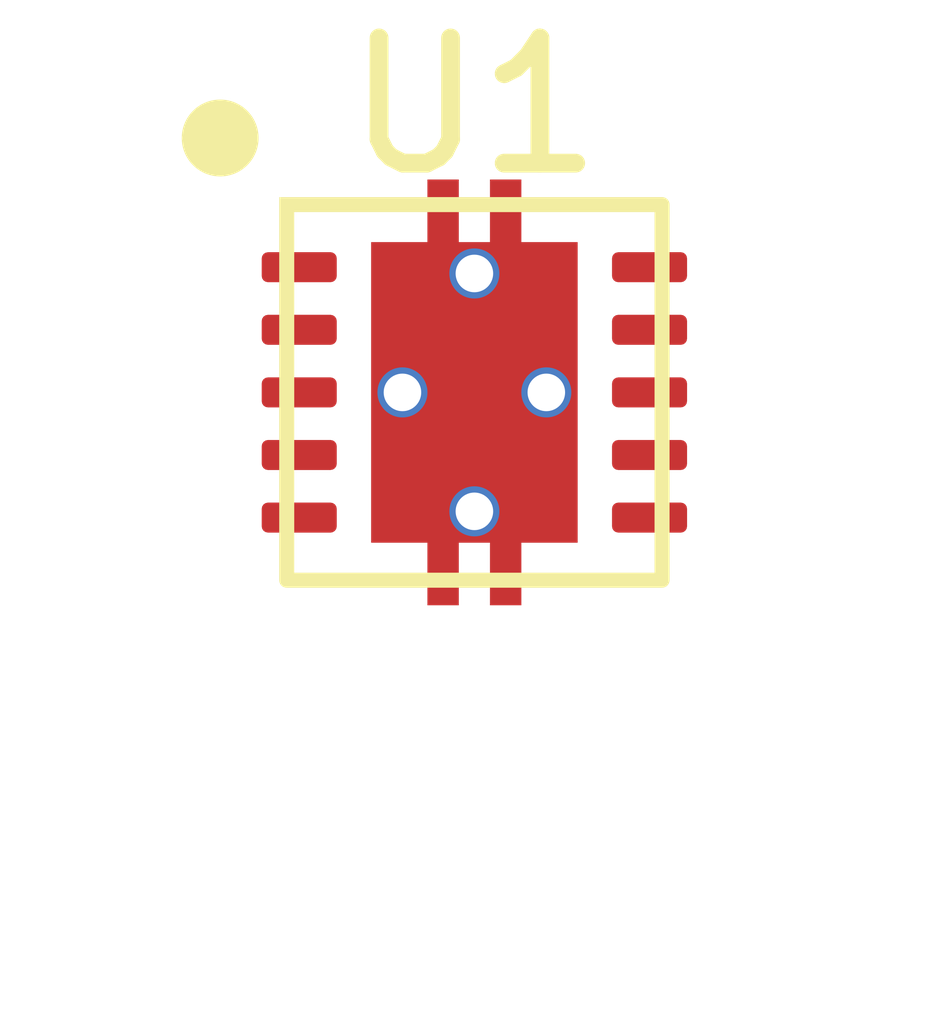
<source format=kicad_pcb>
(kicad_pcb (version 20221018) (generator pcbnew)
  (layers (0 "F.Cu" signal) (31 "B.Cu" signal) (34 "B.Paste" user) (35 "F.Paste" user) (36 "B.SilkS" user "B.Silkscreen") (37 "F.SilkS" user "F.Silkscreen") (38 "B.Mask" user) (39 "F.Mask" user) (44 "Edge.Cuts" user))
  (net 0 "")
  (footprint "Library:TPS4030x" (layer "F.Cu") (at 31.62 31.48)
    (fp_text reference "U1" (at 0 -2.286 unlocked) (layer "F.SilkS"))
    (fp_text value "TPS4030x")
    (fp_rect (start -1.5 -1.5) (end 1.5 1.5) (stroke (width 0.12)) (fill none) (layer "F.SilkS"))
    (fp_circle (center -2.032 -2.032) (end -1.785018 -2.032) (stroke (width 0.12)) (fill solid) (layer "F.SilkS"))
    (pad "1" smd roundrect (at -1.4 -1) (size 0.6 0.24) (layers "F.Cu" "F.Paste" "F.Mask") (roundrect_rratio 0.2083333333))
    (pad "2" smd roundrect (at -1.4 -0.5) (size 0.6 0.24) (layers "F.Cu" "F.Paste" "F.Mask") (roundrect_rratio 0.2083333333))
    (pad "3" smd roundrect (at -1.4 0) (size 0.6 0.24) (layers "F.Cu" "F.Paste" "F.Mask") (roundrect_rratio 0.2083333333))
    (pad "4" smd roundrect (at -1.4 0.5) (size 0.6 0.24) (layers "F.Cu" "F.Paste" "F.Mask") (roundrect_rratio 0.2083333333))
    (pad "5" smd roundrect (at -1.4 1) (size 0.6 0.24) (layers "F.Cu" "F.Paste" "F.Mask") (roundrect_rratio 0.2083333333))
    (pad "6" smd roundrect (at 1.4 1) (size 0.6 0.24) (layers "F.Cu" "F.Paste" "F.Mask") (roundrect_rratio 0.2083333333))
    (pad "7" smd roundrect (at 1.4 0.5) (size 0.6 0.24) (layers "F.Cu" "F.Paste" "F.Mask") (roundrect_rratio 0.2083333333))
    (pad "8" smd roundrect (at 1.4 0) (size 0.6 0.24) (layers "F.Cu" "F.Paste" "F.Mask") (roundrect_rratio 0.2083333333))
    (pad "9" smd roundrect (at 1.4 -0.5) (size 0.6 0.24) (layers "F.Cu" "F.Paste" "F.Mask") (roundrect_rratio 0.2083333333))
    (pad "10" smd roundrect (at 1.4 -1) (size 0.6 0.24) (layers "F.Cu" "F.Paste" "F.Mask") (roundrect_rratio 0.2083333333))
    (pad "11" thru_hole circle (at -0.575 0) (size 0.4 0.4) (drill 0.3) (layers "*.Cu" "*.Mask"))
    (pad "11" thru_hole circle (at 0 -0.95) (size 0.4 0.4) (drill 0.3) (layers "*.Cu" "*.Mask"))
    (pad "11" smd custom (at 0 0) (size 0.6 0.24) (layers "F.Cu" "F.Mask") (options (clearance outline) (anchor rect)) (primitives (gr_poly (pts (xy -0.825 0) (xy -0.825 -1.2) (xy -0.375 -1.2) (xy -0.375 -1.7) (xy -0.125 -1.7) (xy -0.125 -1.2) (xy 0.125 -1.2) (xy 0.125 -1.7) (xy 0.375 -1.7) (xy 0.375 -1.2) (xy 0.825 -1.2) (xy 0.825 1.2) (xy 0.375 1.2) (xy 0.375 1.7) (xy 0.125 1.7) (xy 0.125 1.2) (xy -0.125 1.2) (xy -0.125 1.7) (xy -0.375 1.7) (xy -0.375 1.2) (xy -0.825 1.2)) (width 0.001) (fill yes))))
    (pad "11" thru_hole circle (at 0 0.95) (size 0.4 0.4) (drill 0.3) (layers "*.Cu" "*.Mask"))
    (pad "11" thru_hole circle (at 0.575 0) (size 0.4 0.4) (drill 0.3) (layers "*.Cu" "*.Mask"))
  )
)
</source>
